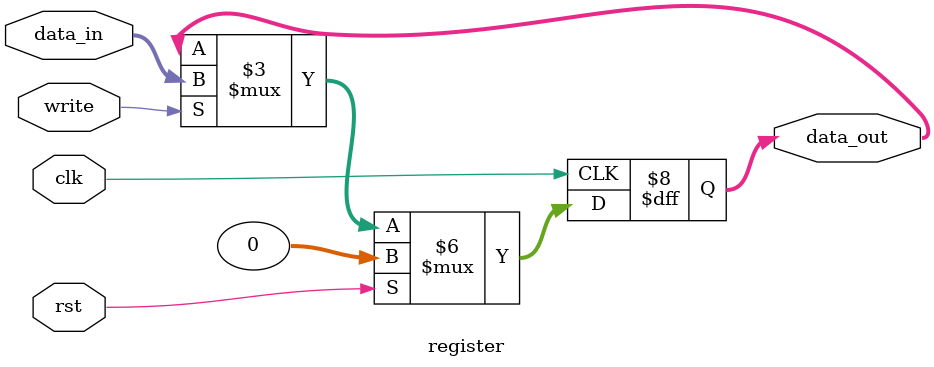
<source format=sv>
module register #(parameter WIDTH=32)
(

    input logic clk,
    input logic rst,
    input logic write,
    input logic [WIDTH-1:0] data_in,
    
    output logic [WIDTH-1:0] data_out

);

    always_ff @(posedge clk) begin
        if      (rst) 
            data_out <= 0;
        else if (write)  
            data_out <= data_in;
        else          
            data_out <= data_out;
    end

endmodule
</source>
